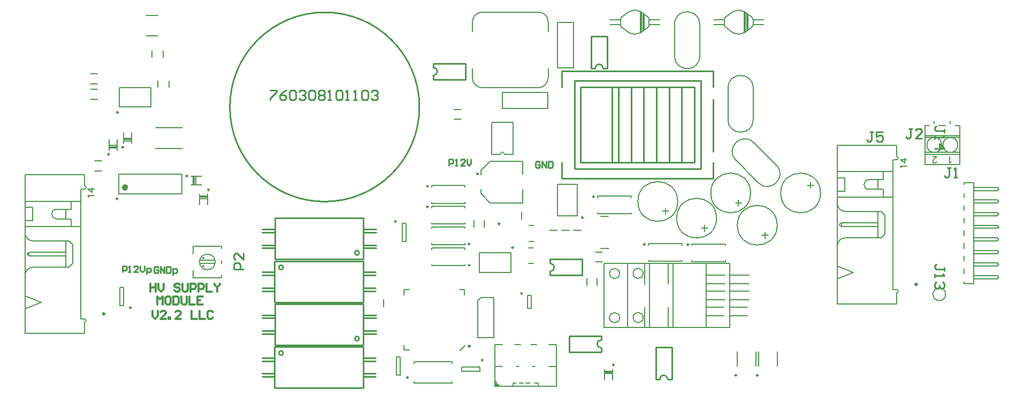
<source format=gto>
G04 Layer_Color=65535*
%FSLAX25Y25*%
%MOIN*%
G70*
G01*
G75*
%ADD59C,0.01000*%
%ADD61C,0.00800*%
%ADD103C,0.00787*%
%ADD104C,0.00984*%
%ADD105C,0.01181*%
%ADD106C,0.00591*%
%ADD107C,0.01968*%
%ADD108C,0.00500*%
%ADD109C,0.01200*%
D59*
X181102Y163386D02*
G03*
X181102Y163386I-59055J0D01*
G01*
X212808Y14200D02*
G03*
X212808Y14200I-608J0D01*
G01*
X295600Y187600D02*
G03*
X290600Y187600I-2500J0D01*
G01*
X96270Y63258D02*
G03*
X96270Y63258I-1392J0D01*
G01*
X143614Y72342D02*
G03*
X143614Y72342I-1392J0D01*
G01*
X96270Y9858D02*
G03*
X96270Y9858I-1392J0D01*
G01*
X143614Y18842D02*
G03*
X143614Y18842I-1392J0D01*
G01*
X189700Y183000D02*
G03*
X189700Y188000I0J2500D01*
G01*
X294335Y18030D02*
G03*
X294335Y13030I0J-2500D01*
G01*
X335830Y-6435D02*
G03*
X330830Y-6435I-2500J0D01*
G01*
X262600Y60800D02*
G03*
X262600Y65800I0J2500D01*
G01*
X295600Y187600D02*
X298100D01*
X288100D02*
X290600D01*
X288100D02*
Y207600D01*
X298100D01*
Y187600D02*
Y207600D01*
X83067Y58337D02*
X90941D01*
X83067Y60306D02*
X90941D01*
X83067Y48494D02*
X90941D01*
X83067Y50463D02*
X90941D01*
X146059Y48494D02*
X153933D01*
X146059Y60306D02*
X153933D01*
X146059Y58337D02*
X153933D01*
X146059Y50463D02*
X153933D01*
X146059Y54400D02*
Y67195D01*
X90941D02*
X146059D01*
X90941Y41605D02*
Y67195D01*
Y41605D02*
X146059D01*
Y42589D01*
Y54400D01*
X91041Y81200D02*
Y93011D01*
Y93995D01*
X146159D01*
Y68405D02*
Y93995D01*
X91041Y68405D02*
X146159D01*
X91041D02*
Y81200D01*
X83167Y85137D02*
X91041D01*
X83167Y77263D02*
X91041D01*
X83167Y75295D02*
X91041D01*
X83167Y87106D02*
X91041D01*
X146159Y85137D02*
X154033D01*
X146159Y87106D02*
X154033D01*
X146159Y75295D02*
X154033D01*
X146159Y77263D02*
X154033D01*
X83067Y4937D02*
X90941D01*
X83067Y6905D02*
X90941D01*
X83067Y-4905D02*
X90941D01*
X83067Y-2937D02*
X90941D01*
X146059Y-4905D02*
X153933D01*
X146059Y6905D02*
X153933D01*
X146059Y4937D02*
X153933D01*
X146059Y-2937D02*
X153933D01*
X146059Y1000D02*
Y13795D01*
X90941D02*
X146059D01*
X90941Y-11795D02*
Y13795D01*
Y-11795D02*
X146059D01*
Y-10811D01*
Y1000D01*
X91041Y27700D02*
Y39511D01*
Y40495D01*
X146159D01*
Y14905D02*
Y40495D01*
X91041Y14905D02*
X146159D01*
X91041D02*
Y27700D01*
X83167Y31637D02*
X91041D01*
X83167Y23763D02*
X91041D01*
X83167Y21794D02*
X91041D01*
X83167Y33606D02*
X91041D01*
X146159Y31637D02*
X154033D01*
X146159Y33606D02*
X154033D01*
X146159Y21794D02*
X154033D01*
X146159Y23763D02*
X154033D01*
X189700Y180500D02*
Y183000D01*
Y188000D02*
Y190500D01*
X209700D01*
Y180500D02*
Y190500D01*
X189700Y180500D02*
X209700D01*
X269756Y175922D02*
Y185765D01*
X364244D01*
Y175922D02*
Y185765D01*
X269756Y118835D02*
Y128678D01*
Y118835D02*
X364244D01*
Y128678D01*
Y135568D02*
Y168048D01*
X277630Y179859D02*
X356370D01*
Y124741D02*
Y179859D01*
X277630Y124741D02*
X356370D01*
X277630D02*
Y179859D01*
X281567Y175922D02*
X352433D01*
Y128678D02*
Y175922D01*
X281567Y128678D02*
X352433D01*
X281567D02*
Y175922D01*
X301252Y128678D02*
Y175922D01*
X305189Y128678D02*
Y175922D01*
X313063Y128678D02*
Y175922D01*
X320937Y128678D02*
Y175922D01*
X328811Y128678D02*
Y175922D01*
X336685Y128678D02*
Y175922D01*
X344559Y128678D02*
Y175922D01*
X294335Y18030D02*
Y20530D01*
Y10530D02*
Y13030D01*
X274335Y10530D02*
X294335D01*
X274335D02*
Y20530D01*
X294335D01*
X335830Y-6435D02*
X338330D01*
X328330D02*
X330830D01*
X328330D02*
Y13565D01*
X338330D01*
Y-6435D02*
Y13565D01*
X262600Y58300D02*
X282600D01*
Y68300D01*
X262600D02*
X282600D01*
X262600Y65800D02*
Y68300D01*
Y58300D02*
Y60800D01*
X71400Y62000D02*
X65402D01*
Y64999D01*
X66402Y65999D01*
X68401D01*
X69401Y64999D01*
Y62000D01*
X71400Y71997D02*
Y67998D01*
X67401Y71997D01*
X66402D01*
X65402Y70997D01*
Y68998D01*
X66402Y67998D01*
X508008Y147584D02*
Y149583D01*
Y148583D01*
X503010D01*
X502010Y149583D01*
Y150583D01*
X503010Y151582D01*
X502010Y145584D02*
Y143585D01*
Y144585D01*
X508008D01*
X507008Y145584D01*
X502010Y137587D02*
X508008D01*
X505009Y140586D01*
Y136587D01*
X508008Y60969D02*
Y62969D01*
Y61969D01*
X503010D01*
X502010Y62969D01*
Y63968D01*
X503010Y64968D01*
X502010Y58970D02*
Y56971D01*
Y57970D01*
X508008D01*
X507008Y58970D01*
Y53972D02*
X508008Y52972D01*
Y50973D01*
X507008Y49973D01*
X506009D01*
X505009Y50973D01*
Y51972D01*
Y50973D01*
X504009Y49973D01*
X503010D01*
X502010Y50973D01*
Y52972D01*
X503010Y53972D01*
X511986Y125406D02*
X509987D01*
X510986D01*
Y120407D01*
X509987Y119408D01*
X508987D01*
X507987Y120407D01*
X513985Y119408D02*
X515985D01*
X514985D01*
Y125406D01*
X513985Y124406D01*
X463899Y147798D02*
X461899D01*
X462899D01*
Y142800D01*
X461899Y141800D01*
X460900D01*
X459900Y142800D01*
X469897Y147798D02*
X465898D01*
Y144799D01*
X467897Y145799D01*
X468897D01*
X469897Y144799D01*
Y142800D01*
X468897Y141800D01*
X466898D01*
X465898Y142800D01*
X488099Y149798D02*
X486099D01*
X487099D01*
Y144800D01*
X486099Y143800D01*
X485100D01*
X484100Y144800D01*
X494097Y143800D02*
X490098D01*
X494097Y147799D01*
Y148798D01*
X493097Y149798D01*
X491098D01*
X490098Y148798D01*
X88200Y173898D02*
X92199D01*
Y172898D01*
X88200Y168900D01*
Y167900D01*
X98197Y173898D02*
X96197Y172898D01*
X94198Y170899D01*
Y168900D01*
X95198Y167900D01*
X97197D01*
X98197Y168900D01*
Y169899D01*
X97197Y170899D01*
X94198D01*
X100196Y172898D02*
X101196Y173898D01*
X103195D01*
X104195Y172898D01*
Y168900D01*
X103195Y167900D01*
X101196D01*
X100196Y168900D01*
Y172898D01*
X106194D02*
X107194Y173898D01*
X109193D01*
X110193Y172898D01*
Y171899D01*
X109193Y170899D01*
X108194D01*
X109193D01*
X110193Y169899D01*
Y168900D01*
X109193Y167900D01*
X107194D01*
X106194Y168900D01*
X112192Y172898D02*
X113192Y173898D01*
X115191D01*
X116191Y172898D01*
Y168900D01*
X115191Y167900D01*
X113192D01*
X112192Y168900D01*
Y172898D01*
X118190D02*
X119190Y173898D01*
X121189D01*
X122189Y172898D01*
Y171899D01*
X121189Y170899D01*
X122189Y169899D01*
Y168900D01*
X121189Y167900D01*
X119190D01*
X118190Y168900D01*
Y169899D01*
X119190Y170899D01*
X118190Y171899D01*
Y172898D01*
X119190Y170899D02*
X121189D01*
X124188Y167900D02*
X126188D01*
X125188D01*
Y173898D01*
X124188Y172898D01*
X129187D02*
X130186Y173898D01*
X132186D01*
X133185Y172898D01*
Y168900D01*
X132186Y167900D01*
X130186D01*
X129187Y168900D01*
Y172898D01*
X135185Y167900D02*
X137184D01*
X136185D01*
Y173898D01*
X135185Y172898D01*
X140183Y167900D02*
X142183D01*
X141183D01*
Y173898D01*
X140183Y172898D01*
X145182D02*
X146181Y173898D01*
X148181D01*
X149180Y172898D01*
Y168900D01*
X148181Y167900D01*
X146181D01*
X145182Y168900D01*
Y172898D01*
X151180D02*
X152179Y173898D01*
X154179D01*
X155178Y172898D01*
Y171899D01*
X154179Y170899D01*
X153179D01*
X154179D01*
X155178Y169899D01*
Y168900D01*
X154179Y167900D01*
X152179D01*
X151180Y168900D01*
X256124Y128780D02*
X255468Y129436D01*
X254156D01*
X253500Y128780D01*
Y126156D01*
X254156Y125500D01*
X255468D01*
X256124Y126156D01*
Y127468D01*
X254812D01*
X257436Y125500D02*
Y129436D01*
X260060Y125500D01*
Y129436D01*
X261371D02*
Y125500D01*
X263339D01*
X263995Y126156D01*
Y128780D01*
X263339Y129436D01*
X261371D01*
X18324Y62980D02*
X17668Y63636D01*
X16356D01*
X15700Y62980D01*
Y60356D01*
X16356Y59700D01*
X17668D01*
X18324Y60356D01*
Y61668D01*
X17012D01*
X19636Y59700D02*
Y63636D01*
X22260Y59700D01*
Y63636D01*
X23572D02*
Y59700D01*
X25539D01*
X26195Y60356D01*
Y62980D01*
X25539Y63636D01*
X23572D01*
X27507Y58388D02*
Y62324D01*
X29475D01*
X30131Y61668D01*
Y60356D01*
X29475Y59700D01*
X27507D01*
X-4000Y60300D02*
Y64236D01*
X-2032D01*
X-1376Y63580D01*
Y62268D01*
X-2032Y61612D01*
X-4000D01*
X-64Y60300D02*
X1248D01*
X592D01*
Y64236D01*
X-64Y63580D01*
X5839Y60300D02*
X3215D01*
X5839Y62924D01*
Y63580D01*
X5183Y64236D01*
X3872D01*
X3215Y63580D01*
X7151Y64236D02*
Y61612D01*
X8463Y60300D01*
X9775Y61612D01*
Y64236D01*
X11087Y58988D02*
Y62924D01*
X13055D01*
X13711Y62268D01*
Y60956D01*
X13055Y60300D01*
X11087D01*
X199500Y126700D02*
Y130636D01*
X201468D01*
X202124Y129980D01*
Y128668D01*
X201468Y128012D01*
X199500D01*
X203436Y126700D02*
X204748D01*
X204092D01*
Y130636D01*
X203436Y129980D01*
X209339Y126700D02*
X206715D01*
X209339Y129324D01*
Y129980D01*
X208683Y130636D01*
X207371D01*
X206715Y129980D01*
X210651Y130636D02*
Y128012D01*
X211963Y126700D01*
X213275Y128012D01*
Y130636D01*
D61*
X177689Y-8893D02*
Y-7712D01*
Y-8893D02*
X201311D01*
Y-7712D01*
X177689Y3312D02*
Y4493D01*
X201311D01*
Y3312D02*
Y4493D01*
D103*
X47000Y69200D02*
G03*
X47000Y69200I-500J0D01*
G01*
Y64200D02*
G03*
X47000Y64200I-500J0D01*
G01*
X53843Y66700D02*
G03*
X53843Y66700I-4843J0D01*
G01*
X478460Y130470D02*
G03*
X478460Y132470I0J1000D01*
G01*
X441460Y103220D02*
G03*
X446460Y98220I5000J0D01*
G01*
Y81719D02*
G03*
X441460Y76719I0J-5000D01*
G01*
X461060Y117970D02*
G03*
X461060Y111970I0J-3000D01*
G01*
X478460Y47469D02*
G03*
X478460Y49470I0J1000D01*
G01*
X506546Y139697D02*
G03*
X506546Y139697I-4646J0D01*
G01*
X516546D02*
G03*
X516546Y139697I-4646J0D01*
G01*
X392224Y116083D02*
G03*
X403417Y127276I5567J5626D01*
G01*
X389497Y141196D02*
G03*
X378304Y130003I-5567J-5626D01*
G01*
X339985Y195194D02*
G03*
X355815Y195194I7915J41D01*
G01*
Y214879D02*
G03*
X339985Y214879I-7915J-41D01*
G01*
X389116Y175197D02*
G03*
X373286Y175197I-7915J-41D01*
G01*
Y155512D02*
G03*
X389116Y155512I7915J41D01*
G01*
X342023Y104400D02*
G03*
X342023Y104400I-12402J0D01*
G01*
X318500Y223083D02*
G03*
X315300Y223800I-3200J-6783D01*
G01*
X320261Y221902D02*
G03*
X318921Y222849I-4961J-5602D01*
G01*
X320261Y221902D02*
G03*
X321919Y220585I13052J14736D01*
G01*
Y220585D02*
G03*
X322715Y220089I4558J6421D01*
G01*
X324276Y217875D02*
G03*
X322715Y220089I-3023J-474D01*
G01*
X315300Y208800D02*
G03*
X318500Y209517I0J7500D01*
G01*
X318921Y209752D02*
G03*
X320261Y210698I-3621J6549D01*
G01*
X321919Y212015D02*
G03*
X320261Y210698I11394J-16052D01*
G01*
X322715Y212511D02*
G03*
X321919Y212015I3762J-6917D01*
G01*
X322715Y212511D02*
G03*
X324276Y214725I-1462J2688D01*
G01*
X312100Y209517D02*
G03*
X315300Y208800I3200J6783D01*
G01*
X310339Y210698D02*
G03*
X311679Y209752I4961J5602D01*
G01*
X310339Y210698D02*
G03*
X308681Y212015I-13052J-14736D01*
G01*
Y212015D02*
G03*
X307885Y212511I-4558J-6421D01*
G01*
X306324Y214725D02*
G03*
X307885Y212511I3023J474D01*
G01*
X315300Y223800D02*
G03*
X312100Y223083I0J-7500D01*
G01*
X311679Y222849D02*
G03*
X310339Y221902I3621J-6549D01*
G01*
X308681Y220585D02*
G03*
X310339Y221902I-11394J16052D01*
G01*
X307885Y220089D02*
G03*
X308681Y220585I-3762J6917D01*
G01*
X307885Y220089D02*
G03*
X306324Y217875I1462J-2688D01*
G01*
X383200Y223083D02*
G03*
X380000Y223800I-3200J-6783D01*
G01*
X384961Y221902D02*
G03*
X383621Y222849I-4961J-5602D01*
G01*
X384961Y221902D02*
G03*
X386619Y220585I13052J14736D01*
G01*
Y220585D02*
G03*
X387415Y220089I4558J6421D01*
G01*
X388976Y217875D02*
G03*
X387415Y220089I-3023J-474D01*
G01*
X380000Y208800D02*
G03*
X383200Y209517I0J7500D01*
G01*
X383621Y209752D02*
G03*
X384961Y210698I-3621J6549D01*
G01*
X386619Y212015D02*
G03*
X384961Y210698I11394J-16052D01*
G01*
X387415Y212511D02*
G03*
X386619Y212015I3762J-6917D01*
G01*
X387415Y212511D02*
G03*
X388976Y214725I-1462J2688D01*
G01*
X376800Y209517D02*
G03*
X380000Y208800I3200J6783D01*
G01*
X375039Y210698D02*
G03*
X376379Y209752I4961J5602D01*
G01*
X375039Y210698D02*
G03*
X373381Y212015I-13052J-14736D01*
G01*
Y212015D02*
G03*
X372585Y212511I-4558J-6421D01*
G01*
X371024Y214725D02*
G03*
X372585Y212511I3023J474D01*
G01*
X380000Y223800D02*
G03*
X376800Y223083I0J-7500D01*
G01*
X376379Y222849D02*
G03*
X375039Y221902I3621J-6549D01*
G01*
X373381Y220585D02*
G03*
X375039Y221902I-11394J16052D01*
G01*
X372585Y220089D02*
G03*
X373381Y220585I-3762J6917D01*
G01*
X372585Y220089D02*
G03*
X371024Y217875I1462J-2688D01*
G01*
X508939Y46498D02*
G03*
X508939Y46498I-3937J0D01*
G01*
X-27630Y112108D02*
G03*
X-27630Y114108I0J1000D01*
G01*
X-64630Y84858D02*
G03*
X-59630Y79858I5000J0D01*
G01*
Y63358D02*
G03*
X-64630Y58358I0J-5000D01*
G01*
X-45030Y99608D02*
G03*
X-45030Y93608I0J-3000D01*
G01*
X-27630Y29108D02*
G03*
X-27630Y31108I0J1000D01*
G01*
X320540Y59579D02*
G03*
X320540Y59579I-3150J0D01*
G01*
Y32021D02*
G03*
X320540Y32021I-3150J0D01*
G01*
X404023Y89600D02*
G03*
X404023Y89600I-12402J0D01*
G01*
X431002Y109700D02*
G03*
X431002Y109700I-12402J0D01*
G01*
X234048Y133917D02*
G03*
X231548Y133917I-1250J0D01*
G01*
X387423Y109700D02*
G03*
X387423Y109700I-12402J0D01*
G01*
X366202Y94000D02*
G03*
X366202Y94000I-12402J0D01*
G01*
X305840Y31920D02*
G03*
X305840Y31920I-3150J0D01*
G01*
Y59479D02*
G03*
X305840Y59479I-3150J0D01*
G01*
X40200Y71818D02*
Y76541D01*
X57800Y65913D02*
Y67487D01*
Y56859D02*
Y58432D01*
X44262Y65700D02*
X53738D01*
X44262Y67700D02*
X53738D01*
X40200Y76541D02*
X57800D01*
X40200Y56859D02*
Y61582D01*
Y56859D02*
X57800D01*
Y74968D02*
Y76541D01*
X-3221Y39507D02*
Y50924D01*
X-5583Y39507D02*
X-3221D01*
X-5583D02*
Y50924D01*
X-3221D01*
X441460Y40569D02*
Y139370D01*
Y107018D02*
X476160D01*
X441460Y122970D02*
X476160D01*
X470060Y117970D02*
Y122970D01*
X461060Y117970D02*
X470060D01*
X466759Y111970D02*
Y117970D01*
X461060Y111970D02*
X470060D01*
Y107018D02*
Y111970D01*
X466760Y81719D02*
Y98220D01*
X444059Y91194D02*
X466760D01*
X444027Y88744D02*
Y91194D01*
X442743Y90191D02*
X444027Y91194D01*
X442743Y89748D02*
Y90191D01*
Y89748D02*
X444059Y88719D01*
X466760D01*
X441460Y63969D02*
X451460Y59970D01*
X441460Y55970D02*
X451460Y59970D01*
X446460Y81719D02*
X468760D01*
X471260Y84219D01*
Y95720D01*
X468760Y98220D02*
X471260Y95720D01*
X446460Y98220D02*
X468760D01*
X441460Y110870D02*
X446260D01*
Y119070D01*
X441460D02*
X446260D01*
X441460Y139370D02*
X478460D01*
Y132470D02*
Y139370D01*
X476160Y130470D02*
X478460D01*
X476160Y49470D02*
Y130470D01*
Y49470D02*
X478460D01*
Y40569D02*
Y47469D01*
X441460Y40569D02*
X478460D01*
X495995Y135043D02*
X517805D01*
X495995Y144302D02*
X517805D01*
X504900Y151705D02*
X508900D01*
X517805Y127295D02*
Y151705D01*
X495994Y127295D02*
X517805D01*
X495994Y133920D02*
X517805D01*
X495994Y127295D02*
Y151705D01*
X514900D02*
X517805D01*
X495994Y145443D02*
X517805D01*
X495994Y151705D02*
X498900D01*
X511900Y153000D02*
Y154500D01*
X501900Y153000D02*
Y154500D01*
X378304Y130003D02*
X392224Y116083D01*
X389468Y141167D02*
X403388Y127248D01*
X-21171Y129750D02*
X-16840D01*
X-21171Y123450D02*
X-16840D01*
X221550Y88440D02*
Y92771D01*
X215250Y88440D02*
Y92771D01*
X244857Y93336D02*
Y97864D01*
X313004Y96688D02*
Y97574D01*
X292138Y96688D02*
Y97574D01*
X313004Y106826D02*
Y107712D01*
X292138Y106826D02*
Y107712D01*
Y96688D02*
X313004D01*
X292138Y107712D02*
X313004D01*
X209198Y14931D02*
X209198Y14261D01*
X209198Y46269D02*
Y49498D01*
X205969D02*
X209198D01*
X171402D02*
X174631D01*
X171402Y46269D02*
Y49498D01*
Y11702D02*
Y14931D01*
Y11702D02*
X174631D01*
X205969D02*
X206639Y11702D01*
X209198Y14261D01*
X279302Y95358D02*
Y115042D01*
X267098Y95358D02*
Y115042D01*
Y95358D02*
X279302D01*
X267098Y115042D02*
X279302D01*
X249025Y75621D02*
X252175D01*
X249025Y65779D02*
X252175D01*
X249431Y79579D02*
X252580D01*
X249431Y89421D02*
X252580D01*
X339985Y195194D02*
Y214879D01*
X355774Y195194D02*
Y214879D01*
X389116Y155512D02*
Y175197D01*
X373327Y155512D02*
Y175197D01*
X332574Y98298D02*
X336511D01*
X334542Y96329D02*
Y100266D01*
X320317Y210747D02*
Y221853D01*
X319530Y210127D02*
Y222473D01*
X318742Y209652D02*
Y222948D01*
X321104Y211404D02*
Y221196D01*
X324276Y216300D02*
Y217875D01*
X318500Y223083D02*
X318921Y222849D01*
X324276Y214725D02*
Y216300D01*
X318500Y209517D02*
X318921Y209752D01*
X306324Y214725D02*
Y216300D01*
X311679Y209752D02*
X312100Y209517D01*
X306324Y216300D02*
Y217875D01*
X311679Y222849D02*
X312100Y223083D01*
X299749Y214725D02*
X306324D01*
X324276D02*
X330851D01*
X299749Y217875D02*
X306324D01*
X324276D02*
X330851D01*
X385017Y210747D02*
Y221853D01*
X384230Y210127D02*
Y222473D01*
X383442Y209652D02*
Y222948D01*
X385804Y211404D02*
Y221196D01*
X388976Y216300D02*
Y217875D01*
X383200Y223083D02*
X383621Y222849D01*
X388976Y214725D02*
Y216300D01*
X383200Y209517D02*
X383621Y209752D01*
X371024Y214725D02*
Y216300D01*
X376379Y209752D02*
X376800Y209517D01*
X371024Y216300D02*
Y217875D01*
X376379Y222849D02*
X376800Y223083D01*
X364449Y214725D02*
X371024D01*
X388976D02*
X395551D01*
X364449Y217875D02*
X371024D01*
X388976D02*
X395551D01*
X219308Y109513D02*
Y112072D01*
Y121128D02*
Y123687D01*
X225213Y103608D02*
X245292D01*
X225213Y129592D02*
X245292D01*
Y103608D02*
Y112072D01*
Y121521D02*
Y129592D01*
X219308Y123687D02*
X225213Y129592D01*
X219308Y109513D02*
X225213Y103608D01*
X158943Y38936D02*
Y43464D01*
X166919Y7409D02*
X169281D01*
X166919Y-4009D02*
Y7409D01*
Y-4009D02*
X169281D01*
Y7409D01*
X10731Y220399D02*
X18211D01*
X10731Y207801D02*
X18211D01*
X188667Y87726D02*
Y88612D01*
X209533Y87726D02*
Y88612D01*
X188667Y77588D02*
Y78474D01*
X209533Y77588D02*
Y78474D01*
X188667Y88612D02*
X209533D01*
X188667Y77588D02*
X209533D01*
X188667Y74526D02*
Y75412D01*
X209533Y74526D02*
Y75412D01*
X188667Y64388D02*
Y65274D01*
X209533Y64388D02*
Y65274D01*
X188667Y75412D02*
X209533D01*
X188667Y64388D02*
X209533D01*
X232627Y172421D02*
X260973D01*
X232627Y162579D02*
X260973D01*
Y172421D01*
X232627Y162579D02*
Y172421D01*
X296341Y-3006D02*
X301459D01*
X296341Y-2219D02*
X301459D01*
X296341Y-1431D02*
X301459D01*
X296341Y-6746D02*
Y-53D01*
X301459Y-6746D02*
Y-53D01*
X-12359Y139406D02*
X-7241D01*
X-12359Y138619D02*
X-7241D01*
X-12359Y137831D02*
X-7241D01*
Y136453D02*
Y143147D01*
X-12359Y136453D02*
Y143147D01*
X-6042Y163398D02*
X13643D01*
X-6042Y175602D02*
X13643D01*
X-6042Y163398D02*
Y175602D01*
X13643Y163398D02*
Y175602D01*
X209533Y90388D02*
Y91274D01*
X188667Y90388D02*
Y91274D01*
X209533Y100526D02*
Y101412D01*
X188667Y100526D02*
Y101412D01*
Y90388D02*
X209533D01*
X188667Y101412D02*
X209533D01*
X44141Y106276D02*
X49259D01*
X44141Y107063D02*
X49259D01*
X44141Y107850D02*
X49259D01*
X44141Y102535D02*
Y109228D01*
X49259Y102535D02*
Y109228D01*
X285450Y52229D02*
Y56560D01*
X291750Y52229D02*
Y56560D01*
X290835Y66650D02*
X295165D01*
X290835Y72950D02*
X295165D01*
X170491Y79391D02*
X172854D01*
Y90809D01*
X170491D02*
X172854D01*
X170491Y79391D02*
Y90809D01*
X250607Y15235D02*
X254150D01*
X240607D02*
X244150D01*
X228008Y15235D02*
X232733D01*
X247595Y-9017D02*
X249957D01*
X252812D02*
X255174D01*
X243461D02*
X245824D01*
X239426D02*
X241296D01*
X239426Y-10907D02*
Y-9017D01*
X255174Y-10907D02*
Y-9017D01*
X241493Y1613D02*
X243068D01*
X251532D02*
X253009D01*
X261867D02*
X266591D01*
X228008D02*
X232733D01*
X228009Y-7640D02*
X231276Y-10907D01*
X228008Y-9805D02*
X229110Y-10907D01*
X228009Y-8722D02*
X230193Y-10907D01*
X228008D02*
Y15235D01*
X261867D02*
X266591D01*
Y-10907D02*
Y15235D01*
X228008Y-10907D02*
X266591D01*
X-64630Y22208D02*
Y121008D01*
Y88657D02*
X-29930D01*
X-64630Y104608D02*
X-29930D01*
X-36030Y99608D02*
Y104608D01*
X-45030Y99608D02*
X-36030D01*
X-39331Y93608D02*
Y99608D01*
X-45030Y93608D02*
X-36030D01*
Y88657D02*
Y93608D01*
X-39330Y63358D02*
Y79858D01*
X-62031Y72833D02*
X-39330D01*
X-62063Y70383D02*
Y72833D01*
X-63347Y71830D02*
X-62063Y72833D01*
X-63347Y71386D02*
Y71830D01*
Y71386D02*
X-62031Y70358D01*
X-39330D01*
X-64630Y45608D02*
X-54630Y41608D01*
X-64630Y37608D02*
X-54630Y41608D01*
X-59630Y63358D02*
X-37330D01*
X-34830Y65858D01*
Y77358D01*
X-37330Y79858D02*
X-34830Y77358D01*
X-59630Y79858D02*
X-37330D01*
X-64630Y92508D02*
X-59830D01*
Y100708D01*
X-64630D02*
X-59830D01*
X-64630Y121008D02*
X-27630D01*
Y114108D02*
Y121008D01*
X-29930Y112108D02*
X-27630D01*
X-29930Y31108D02*
Y112108D01*
Y31108D02*
X-27630D01*
Y22208D02*
Y29108D01*
X-64630Y22208D02*
X-27630D01*
X374359Y58418D02*
X386288D01*
X374359Y53182D02*
X386288D01*
X374359Y48418D02*
X386288D01*
X374359Y43182D02*
X386288D01*
X374359Y38418D02*
X385501D01*
X374359Y33182D02*
X385501D01*
X336004Y52992D02*
Y65800D01*
X339017Y25800D02*
Y65800D01*
X336004Y25800D02*
Y38608D01*
X310776Y25800D02*
X374359D01*
Y65800D01*
X310776D02*
X374359D01*
X310776Y25800D02*
Y65800D01*
X404206Y1872D02*
Y10928D01*
X392394Y1872D02*
Y10928D01*
X394574Y83498D02*
X398511D01*
X396543Y81529D02*
Y85466D01*
X424702Y112653D02*
Y116590D01*
X422734Y114621D02*
X426671D01*
X16637Y150296D02*
X33566D01*
X16637Y137304D02*
X33566D01*
X-23819Y174409D02*
X-19488D01*
X-23819Y168110D02*
X-19488D01*
X262217Y86500D02*
X266745D01*
X277217D02*
X281745D01*
X269817Y86443D02*
X274345D01*
X202935Y161950D02*
X207265D01*
X202935Y155650D02*
X207265D01*
X-23819Y184252D02*
X-19488D01*
X-23819Y177953D02*
X-19488D01*
X267179Y187727D02*
X277021D01*
X267179Y216073D02*
X277021D01*
Y187727D02*
Y216073D01*
X267179Y187727D02*
Y216073D01*
X-3359Y143806D02*
X1759D01*
X-3359Y143019D02*
X1759D01*
X-3359Y142232D02*
X1759D01*
Y140854D02*
Y147547D01*
X-3359Y140854D02*
Y147547D01*
X33085Y109198D02*
Y121402D01*
X-6285Y109198D02*
Y121402D01*
X33085D01*
X-6285Y109198D02*
X33085D01*
X218458Y72332D02*
X238142D01*
X218458Y60128D02*
X238142D01*
Y72332D01*
X218458Y60128D02*
Y72332D01*
X207384Y-1592D02*
Y1164D01*
Y-1592D02*
X218801D01*
Y1164D01*
X207384D02*
X218801D01*
X209533Y103288D02*
Y104174D01*
X188667Y103288D02*
Y104174D01*
X209533Y113426D02*
Y114312D01*
X188667Y113426D02*
Y114312D01*
Y103288D02*
X209533D01*
X188667Y114312D02*
X209533D01*
X294100Y95000D02*
X298900D01*
X294000Y75000D02*
X299000D01*
X239353Y133917D02*
Y153917D01*
X226242D02*
X239353D01*
X226242Y133917D02*
Y153917D01*
Y133917D02*
X231548D01*
X234048D02*
X239353D01*
X38735Y119959D02*
X45428D01*
X38735Y114841D02*
X45428D01*
X40113D02*
Y119959D01*
X40901Y114841D02*
Y119959D01*
X41688Y114841D02*
Y119959D01*
X379942Y101629D02*
Y105566D01*
X377974Y103598D02*
X381911D01*
X358721Y85929D02*
Y89866D01*
X356753Y87898D02*
X360690D01*
X248584Y37625D02*
X250749D01*
Y45893D01*
X248584D02*
X250749D01*
X248584Y37625D02*
Y45893D01*
X378994Y1872D02*
Y10928D01*
X390806Y1872D02*
Y10928D01*
X296076Y25700D02*
Y65700D01*
X359659D01*
Y25700D02*
Y65700D01*
X296076Y25700D02*
X359659D01*
X321304D02*
Y38508D01*
X324317Y25700D02*
Y65700D01*
X321304Y52892D02*
Y65700D01*
X359659Y33082D02*
X370801D01*
X359659Y38318D02*
X370801D01*
X359659Y43082D02*
X371588D01*
X359659Y48318D02*
X371588D01*
X359659Y53082D02*
X371588D01*
X359659Y58318D02*
X371588D01*
X350867Y77912D02*
X371733D01*
X350867Y66888D02*
X371733D01*
X350867Y77026D02*
Y77912D01*
X371733Y77026D02*
Y77912D01*
X350867Y66888D02*
Y67774D01*
X371733Y66888D02*
Y67774D01*
X323767Y78012D02*
X344633D01*
X323767Y66988D02*
X344633D01*
X323767Y77126D02*
Y78012D01*
X344633Y77126D02*
Y78012D01*
X323767Y66988D02*
Y67874D01*
X344633Y66988D02*
Y67874D01*
X18057Y175932D02*
Y179868D01*
X25143Y175932D02*
Y179868D01*
X14357Y194543D02*
Y198480D01*
X21443Y194543D02*
Y198480D01*
D104*
X1602Y38129D02*
G03*
X1602Y38129I-492J0D01*
G01*
X290071Y107416D02*
G03*
X290071Y107416I-492J0D01*
G01*
X283141Y94353D02*
G03*
X283141Y94353I-492J0D01*
G01*
X217733Y121718D02*
G03*
X217733Y121718I-492J0D01*
G01*
X174104Y-5387D02*
G03*
X174104Y-5387I-492J0D01*
G01*
X212584Y77883D02*
G03*
X212584Y77883I-492J0D01*
G01*
Y64684D02*
G03*
X212584Y64684I-492J0D01*
G01*
X302345Y2506D02*
G03*
X302345Y2506I-492J0D01*
G01*
X-12261Y133895D02*
G03*
X-12261Y133895I-492J0D01*
G01*
X-6554Y160051D02*
G03*
X-6554Y160051I-492J0D01*
G01*
X186600Y101117D02*
G03*
X186600Y101117I-492J0D01*
G01*
X50145Y111787D02*
G03*
X50145Y111787I-492J0D01*
G01*
X166653Y91990D02*
G03*
X166653Y91990I-492J0D01*
G01*
X392099Y-4033D02*
G03*
X392099Y-4033I-492J0D01*
G01*
X-3261Y138294D02*
G03*
X-3261Y138294I-492J0D01*
G01*
X-6777Y106147D02*
G03*
X-6777Y106147I-492J0D01*
G01*
X239639Y75679D02*
G03*
X239639Y75679I-492J0D01*
G01*
X220671Y5494D02*
G03*
X220671Y5494I-492J0D01*
G01*
X186600Y114016D02*
G03*
X186600Y114016I-492J0D01*
G01*
X36669Y120353D02*
G03*
X36669Y120353I-492J0D01*
G01*
X231239Y90525D02*
G03*
X231239Y90525I-492J0D01*
G01*
X245237Y47074D02*
G03*
X245237Y47074I-492J0D01*
G01*
X378699Y-4033D02*
G03*
X378699Y-4033I-492J0D01*
G01*
X348800Y77617D02*
G03*
X348800Y77617I-492J0D01*
G01*
X321700Y77716D02*
G03*
X321700Y77716I-492J0D01*
G01*
D105*
X491090Y52732D02*
G03*
X491090Y52732I-591J0D01*
G01*
X-15000Y34370D02*
G03*
X-15000Y34370I-591J0D01*
G01*
D106*
X220386Y222622D02*
G03*
X214087Y216323I0J-6299D01*
G01*
X261331Y216323D02*
G03*
X255031Y222622I-6299J0D01*
G01*
X214087Y181677D02*
G03*
X220386Y175378I6299J0D01*
G01*
X255031Y175378D02*
G03*
X261331Y181677I0J6299D01*
G01*
X219598Y222622D02*
X255031D01*
X220386Y175378D02*
X255031Y175378D01*
X214087Y210300D02*
Y216323D01*
X219598Y222622D02*
X253457D01*
X261331Y181677D02*
Y187500D01*
X214087Y181677D02*
Y187600D01*
X261331Y210300D02*
Y216323D01*
X503213Y129501D02*
Y129314D01*
X503025Y128939D01*
X502838Y128751D01*
X502463Y128564D01*
X501713D01*
X501338Y128751D01*
X501151Y128939D01*
X500963Y129314D01*
Y129688D01*
X501151Y130063D01*
X501526Y130626D01*
X503400Y132500D01*
X500776D01*
X512400Y129314D02*
X512025Y129126D01*
X511463Y128564D01*
Y132500D01*
D107*
X-1364Y113135D02*
G03*
X-1364Y113135I-984J0D01*
G01*
D108*
X520402Y115102D02*
Y116181D01*
X520400Y53200D02*
Y54500D01*
Y59500D02*
X520402Y59502D01*
Y62500D01*
Y67500D02*
Y70300D01*
Y75100D02*
Y78300D01*
X520400Y83000D02*
X520402Y83002D01*
Y86300D01*
X520400Y91100D02*
Y94000D01*
Y99002D02*
X520402Y99000D01*
X520400Y99002D02*
Y101700D01*
Y107000D02*
Y109500D01*
X520402Y53189D02*
X526308D01*
Y58110D02*
X541268D01*
X542253Y57126D01*
X526308Y56142D02*
X541268D01*
X542253Y57126D01*
X526308Y65984D02*
X541268D01*
X542253Y65000D01*
X526308Y64016D02*
X541268D01*
X542253Y65000D01*
X526308Y73858D02*
X541268D01*
X542253Y72874D01*
X526308Y71890D02*
X541268D01*
X542253Y72874D01*
X526308Y81732D02*
X541268D01*
X542253Y80748D01*
X526308Y79764D02*
X541268D01*
X542253Y80748D01*
X526308Y89606D02*
X541268D01*
X542253Y88622D01*
X526308Y87638D02*
X541268D01*
X542253Y88622D01*
X526308Y97480D02*
X541268D01*
X542253Y96496D01*
X526308Y95512D02*
X541268D01*
X542253Y96496D01*
X526308Y105354D02*
X541268D01*
X542253Y104370D01*
X526308Y103386D02*
X541268D01*
X542253Y104370D01*
X541268Y111260D02*
X542253Y112244D01*
X526308Y111260D02*
X541268D01*
X541268Y113228D02*
X542253Y112244D01*
X526308Y113228D02*
X541268D01*
X520402Y116181D02*
X526308D01*
Y112244D02*
Y116181D01*
Y53189D02*
Y112244D01*
X217400Y42300D02*
X219400Y44300D01*
X227400D01*
Y19300D02*
Y44300D01*
X217400Y19300D02*
Y42300D01*
Y19300D02*
X227400D01*
X481450Y125548D02*
X481259Y125928D01*
X480688Y126500D01*
X484687D01*
X480688Y130385D02*
X483354Y128480D01*
Y131337D01*
X480688Y130385D02*
X484687D01*
X-24641Y107186D02*
X-24831Y107567D01*
X-25402Y108139D01*
X-21403D01*
X-25402Y112023D02*
X-22736Y110119D01*
Y112976D01*
X-25402Y112023D02*
X-21403D01*
D109*
X13500Y53198D02*
Y48200D01*
Y50699D01*
X16832D01*
Y53198D01*
Y48200D01*
X18498Y53198D02*
Y49866D01*
X20165Y48200D01*
X21831Y49866D01*
Y53198D01*
X31827Y52365D02*
X30994Y53198D01*
X29328D01*
X28495Y52365D01*
Y51532D01*
X29328Y50699D01*
X30994D01*
X31827Y49866D01*
Y49033D01*
X30994Y48200D01*
X29328D01*
X28495Y49033D01*
X33494Y53198D02*
Y49033D01*
X34327Y48200D01*
X35993D01*
X36826Y49033D01*
Y53198D01*
X38492Y48200D02*
Y53198D01*
X40991D01*
X41824Y52365D01*
Y50699D01*
X40991Y49866D01*
X38492D01*
X43490Y48200D02*
Y53198D01*
X45990D01*
X46823Y52365D01*
Y50699D01*
X45990Y49866D01*
X43490D01*
X48489Y53198D02*
Y48200D01*
X51821D01*
X53487Y53198D02*
Y52365D01*
X55153Y50699D01*
X56819Y52365D01*
Y53198D01*
X55153Y50699D02*
Y48200D01*
X17800Y40200D02*
Y45198D01*
X19466Y43532D01*
X21132Y45198D01*
Y40200D01*
X25298Y45198D02*
X23631D01*
X22798Y44365D01*
Y41033D01*
X23631Y40200D01*
X25298D01*
X26131Y41033D01*
Y44365D01*
X25298Y45198D01*
X27797D02*
Y40200D01*
X30296D01*
X31129Y41033D01*
Y44365D01*
X30296Y45198D01*
X27797D01*
X32795D02*
Y41033D01*
X33628Y40200D01*
X35294D01*
X36127Y41033D01*
Y45198D01*
X37793D02*
Y40200D01*
X41126D01*
X46124Y45198D02*
X42792D01*
Y40200D01*
X46124D01*
X42792Y42699D02*
X44458D01*
X14800Y36198D02*
Y32866D01*
X16466Y31200D01*
X18132Y32866D01*
Y36198D01*
X23131Y31200D02*
X19798D01*
X23131Y34532D01*
Y35365D01*
X22298Y36198D01*
X20631D01*
X19798Y35365D01*
X24797Y31200D02*
Y32033D01*
X25630D01*
Y31200D01*
X24797D01*
X32294D02*
X28962D01*
X32294Y34532D01*
Y35365D01*
X31461Y36198D01*
X29795D01*
X28962Y35365D01*
X38959Y36198D02*
Y31200D01*
X42291D01*
X43957Y36198D02*
Y31200D01*
X47289D01*
X52288Y35365D02*
X51455Y36198D01*
X49789D01*
X48956Y35365D01*
Y32033D01*
X49789Y31200D01*
X51455D01*
X52288Y32033D01*
M02*

</source>
